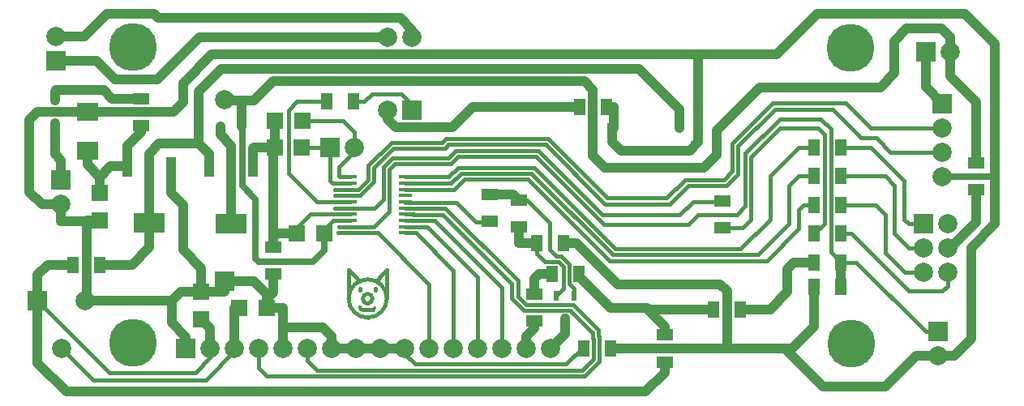
<source format=gtl>
G04 Layer_Physical_Order=1*
G04 Layer_Color=255*
%FSLAX25Y25*%
%MOIN*%
G70*
G01*
G75*
%ADD10C,0.01575*%
%ADD11R,0.06890X0.07087*%
%ADD12R,0.05315X0.01575*%
%ADD13R,0.06693X0.04528*%
%ADD14R,0.04528X0.06693*%
%ADD15R,0.02362X0.03937*%
%ADD16R,0.07087X0.06890*%
%ADD17R,0.12795X0.08465*%
%ADD18R,0.03937X0.08465*%
%ADD19R,0.01772X0.03347*%
%ADD20R,0.08858X0.07677*%
%ADD21R,0.03347X0.01772*%
%ADD22C,0.03937*%
%ADD23C,0.02559*%
%ADD24C,0.02756*%
%ADD25C,0.03937*%
%ADD26R,0.03937X0.03937*%
%ADD27R,0.07874X0.07874*%
%ADD28C,0.07874*%
%ADD29R,0.07874X0.07874*%
%ADD30C,0.19685*%
D10*
X147655Y-125886D02*
G03*
X148300Y-125241I0J645D01*
G01*
X142421Y-124705D02*
G03*
X143602Y-125886I1181J0D01*
G01*
X143602Y-121555D02*
G03*
X145177Y-123130I1575J0D01*
G01*
X145571D02*
G03*
X147539Y-121161I0J1969D01*
G01*
Y-121161D02*
G03*
X145571Y-119193I-1969J0D01*
G01*
D02*
G03*
X143602Y-121161I0J-1969D01*
G01*
X137697D02*
G03*
X145571Y-129035I7874J0D01*
G01*
X145571D02*
G03*
X153445Y-121161I0J7874D01*
G01*
Y-121161D02*
G03*
X145571Y-113287I-7874J0D01*
G01*
D02*
G03*
X137697Y-121161I0J-7874D01*
G01*
X245276Y-140945D02*
X246063Y-141732D01*
X226969Y-148228D02*
X234252Y-140945D01*
X170866Y-141733D02*
Y-115354D01*
X148721Y-117618D02*
Y-117224D01*
X142421Y-117618D02*
Y-117224D01*
X143602Y-125886D02*
X147655D01*
X145177Y-123130D02*
X145571D01*
X147539Y-121161D02*
Y-121161D01*
X140488Y-112141D02*
X142126Y-114075D01*
X137697Y-109350D02*
X140488Y-112141D01*
X137697Y-121161D02*
Y-109350D01*
X149311Y-114173D02*
X150733Y-112220D01*
X153445Y-109350D01*
Y-121161D02*
Y-109350D01*
X145571Y-129035D02*
X145571D01*
X153445Y-121161D02*
Y-121161D01*
X133563Y-94193D02*
X138287D01*
X170177Y-91634D02*
X190866Y-112322D01*
X173130Y-89075D02*
X200866Y-116811D01*
X180866Y-141733D02*
Y-109803D01*
X190866Y-141733D02*
Y-112322D01*
X200866Y-141733D02*
Y-116811D01*
X160866Y-144035D02*
X165059Y-148228D01*
X160866Y-144035D02*
Y-141733D01*
X110866Y-133130D02*
X111024Y-132973D01*
X90866Y-125197D02*
X92815D01*
X86614Y-118405D02*
Y-114173D01*
X131398Y-89075D02*
X138287D01*
X127657Y-92815D02*
X131398Y-89075D01*
X127657Y-94488D02*
Y-92815D01*
X122146Y-86516D02*
X138287D01*
X116437Y-92224D02*
X122146Y-86516D01*
X116437Y-94488D02*
Y-92224D01*
X131004Y-73721D02*
X138287D01*
X129921Y-72638D02*
X131004Y-73721D01*
X129921Y-72638D02*
Y-59055D01*
X134153Y-71161D02*
X138287D01*
X133858Y-70866D02*
X134153Y-71161D01*
X133858Y-70866D02*
Y-66929D01*
X139921Y-60866D01*
Y-59055D01*
X340158D02*
X352362D01*
X366142Y-72835D01*
Y-88583D02*
Y-72835D01*
Y-88583D02*
X368110Y-90551D01*
X373858D01*
X374016Y-90393D01*
X340158Y-70866D02*
X358268D01*
X362205Y-74803D01*
Y-94488D02*
Y-74803D01*
Y-94488D02*
X368110Y-100394D01*
X374016D01*
X340158Y-82677D02*
X354331D01*
X358268Y-86614D01*
Y-102362D02*
Y-86614D01*
Y-102362D02*
X366299Y-110394D01*
X374016D01*
X340158Y-94488D02*
X344488D01*
X368110Y-118110D01*
X381890D01*
X384015Y-115985D01*
Y-110394D01*
X160925Y-71161D02*
X178839D01*
X160925Y-73721D02*
X179899D01*
X160925Y-76279D02*
X180959D01*
X185274Y-71964D01*
X179899Y-73721D02*
X184017Y-69602D01*
X178839Y-71161D02*
X182760Y-67240D01*
X328569Y-82112D02*
X329134Y-82677D01*
X322835Y-59055D02*
X329134D01*
X324803Y-82677D02*
X329134D01*
X318898Y-74803D02*
X322835Y-70866D01*
X329134D01*
X322835Y-84646D02*
X324803Y-82677D01*
X311024Y-70866D02*
X322835Y-59055D01*
X247555Y-100871D02*
X298736D01*
X403228Y-71181D02*
X403543Y-70866D01*
X9843Y-122047D02*
X39370Y-151575D01*
X74803D01*
X80866Y-145512D01*
Y-141733D01*
X19685Y-141732D02*
X32579Y-154626D01*
X78937D01*
X90866Y-142697D01*
Y-141733D01*
X118504Y-59153D02*
X129823D01*
X129921Y-59055D01*
X98425Y-59449D02*
X98721Y-59153D01*
X139921Y-59055D02*
Y-52618D01*
X135531Y-48228D02*
X139921Y-52618D01*
X118602Y-48228D02*
X135531D01*
X107283Y-59153D02*
X107382Y-59055D01*
X29528Y-122047D02*
X30020Y-121555D01*
X112992Y-69685D02*
Y-43701D01*
Y-69685D02*
X124705Y-81398D01*
X138287D01*
X139764Y-40157D02*
X144095D01*
X116535D02*
X128740D01*
X112992Y-43701D02*
X116535Y-40157D01*
X138287Y-94193D02*
X149705D01*
X170866Y-115354D01*
X160925Y-94193D02*
X165256D01*
X180866Y-109803D01*
X160925Y-91634D02*
X170177D01*
X160925Y-89075D02*
X173130D01*
X230315Y-119882D02*
X230512Y-120079D01*
X165059Y-148228D02*
X226969D01*
X160925Y-86516D02*
X164370D01*
X164469Y-86614D01*
X176378D01*
X160925Y-83957D02*
X164370D01*
X164469Y-84055D01*
X177438D01*
X207283Y-113901D01*
X217323Y-126181D02*
X217520Y-125984D01*
X228740D01*
X238189Y-135433D01*
X229997Y-123622D02*
X240551Y-134176D01*
X100866Y-149586D02*
X104232Y-152953D01*
X234842D01*
X100866Y-149586D02*
Y-141733D01*
X240846Y-146949D02*
Y-136755D01*
X234842Y-152953D02*
X240846Y-146949D01*
X120866Y-146850D02*
X124606Y-150591D01*
X233864D01*
X120866Y-146850D02*
Y-141733D01*
X238484Y-145970D02*
Y-137733D01*
X233864Y-150591D02*
X238484Y-145970D01*
X238189Y-137438D02*
Y-135433D01*
Y-137438D02*
X238484Y-137733D01*
X240551Y-136460D02*
Y-134176D01*
Y-136460D02*
X240846Y-136755D01*
X225984Y-117126D02*
Y-107911D01*
X223031Y-120079D02*
X225984Y-117126D01*
X230512Y-120079D02*
Y-117089D01*
X228445Y-115022D02*
X230512Y-117089D01*
X232283Y-112205D02*
Y-111024D01*
X182760Y-67240D02*
X213924D01*
X184017Y-69602D02*
X212667D01*
X185274Y-71964D02*
X211410D01*
X213924Y-67240D02*
X247555Y-100871D01*
X224176Y-106102D02*
X225984Y-107911D01*
X218344Y-106102D02*
X224176D01*
X228445Y-115022D02*
Y-107031D01*
X225154Y-103740D02*
X228445Y-107031D01*
X223031Y-103740D02*
X225154D01*
X220472Y-101181D02*
X223031Y-103740D01*
X209885Y-126181D02*
X217323D01*
X210667Y-123622D02*
X229997D01*
X204724Y-121020D02*
X209885Y-126181D01*
X207283Y-120239D02*
X210667Y-123622D01*
X176378Y-86614D02*
X204724Y-114961D01*
Y-121020D02*
Y-114961D01*
X207283Y-120239D02*
Y-113901D01*
X161122Y-81595D02*
X181988D01*
X160925Y-81398D02*
X161122Y-81595D01*
X214961Y-102719D02*
X218344Y-106102D01*
X214961Y-102719D02*
Y-98425D01*
X86614Y-39370D02*
X87008Y-39764D01*
X29921Y-89075D02*
X30020Y-89173D01*
X181988Y-81595D02*
X190157Y-89764D01*
X195276D01*
X195669Y-89370D01*
X220472Y-101181D02*
Y-90158D01*
X211024Y-80709D02*
X220472Y-90158D01*
X207874Y-80709D02*
X211024D01*
X260236Y-125197D02*
X260630Y-125591D01*
X46457Y-66831D02*
X46654Y-67028D01*
X163779Y-13780D02*
Y-10630D01*
Y-43780D02*
Y-41437D01*
X159252Y-36909D02*
X163779Y-41437D01*
X147343Y-36909D02*
X159252D01*
X144095Y-40157D02*
X147343Y-36909D01*
X93701Y-39764D02*
X93799Y-39862D01*
Y-50394D02*
X93996Y-50590D01*
X246063Y-51181D02*
X246654D01*
X154331Y-67913D02*
X156595Y-65650D01*
X151969Y-80512D02*
Y-66935D01*
X155616Y-63287D01*
X148228Y-67335D02*
X156016Y-59547D01*
X145669Y-67913D02*
X145866Y-67716D01*
Y-66356D01*
X155234Y-56988D01*
X176181D01*
X156016Y-59547D02*
X177241D01*
X155616Y-63287D02*
X178790D01*
X156595Y-65650D02*
X179769D01*
X182798Y-62621D01*
X318898Y-90551D02*
Y-74803D01*
X322835Y-92520D02*
Y-84646D01*
X211410Y-71964D02*
X245041Y-105595D01*
X212667Y-69602D02*
X246298Y-103233D01*
X311024Y-88583D02*
Y-70866D01*
X245041Y-105595D02*
X309759D01*
X322835Y-92520D01*
X246298Y-103233D02*
X306216D01*
X318898Y-90551D01*
X298736Y-100871D02*
X311024Y-88583D01*
X182798Y-62621D02*
X214688D01*
X242815Y-90748D01*
X178790Y-63287D02*
X181819Y-60258D01*
X215666D01*
X242219Y-86811D01*
X177241Y-59547D02*
X178892Y-57896D01*
X218593D01*
X176181Y-56988D02*
X177635Y-55534D01*
X219850D01*
X244199Y-79883D01*
X133661Y-91634D02*
X138287D01*
X148228D01*
X154331Y-85532D01*
Y-67913D01*
X297244Y-86614D02*
X300787Y-83071D01*
X281496Y-86614D02*
X297244D01*
X300787Y-61417D02*
X314961Y-47244D01*
X300787Y-83071D02*
Y-61417D01*
X374921Y-134764D02*
X379921D01*
X346457Y-106299D02*
X374921Y-134764D01*
X335925Y-102067D02*
Y-51279D01*
X314961Y-47244D02*
X331890D01*
X335925Y-51279D01*
X340158Y-106299D02*
X346457D01*
X335925Y-102067D02*
X340158Y-106299D01*
X138287Y-83957D02*
X148524D01*
X131988D02*
X138287D01*
X148524D02*
X151969Y-80512D01*
X299606Y-92126D02*
X303150Y-88583D01*
X329134Y-94488D02*
X333366Y-90256D01*
Y-53839D01*
X303150Y-88583D02*
Y-62992D01*
X314961Y-51181D01*
X330709D02*
X333366Y-53839D01*
X314961Y-51181D02*
X330709D01*
X138287Y-78839D02*
X142514D01*
X132087D02*
X138287D01*
X131988Y-78740D02*
X132087Y-78839D01*
X142514D02*
X148228Y-73124D01*
X242943Y-82246D02*
X269799D01*
X277241Y-74803D01*
X292989D01*
X297835Y-69958D01*
X381732Y-61024D02*
X381890Y-61181D01*
X297835Y-69958D02*
Y-58465D01*
X336614Y-43307D02*
X348425Y-55118D01*
X297835Y-58465D02*
X312992Y-43307D01*
X336614D01*
X360554Y-61024D02*
X381732D01*
X348425Y-55118D02*
X354649D01*
X360554Y-61024D01*
X138287Y-76279D02*
X141732D01*
X131988D02*
X138287D01*
X141732D02*
X145669Y-72342D01*
X244199Y-79883D02*
X268542D01*
X276181Y-72244D01*
X291929D01*
X295276Y-68898D01*
Y-57405D01*
X311932Y-40748D01*
X341929D02*
X352362Y-51181D01*
X311932Y-40748D02*
X341929D01*
X352362Y-51181D02*
X381890D01*
X381890Y-51181D01*
X148228Y-73124D02*
Y-67335D01*
X145669Y-72342D02*
Y-67913D01*
X218593Y-57896D02*
X242943Y-82246D01*
X242815Y-90748D02*
X277362D01*
X281496Y-86614D01*
X242219Y-86811D02*
X273819D01*
X279331Y-81299D01*
X291142D01*
X291339Y-81102D01*
Y-92126D02*
X299606D01*
X106595Y-94685D02*
X106791Y-94488D01*
X106595Y-59842D02*
X107283Y-59153D01*
X34941Y-89567D02*
X35433Y-89075D01*
X30020Y-89567D02*
X34941D01*
X384015Y-100394D02*
X385039D01*
X281201Y-20866D02*
X281496Y-21161D01*
D11*
X118504Y-59153D02*
D03*
X107283D02*
D03*
X118602Y-48228D02*
D03*
X107382D02*
D03*
X92815Y-125197D02*
D03*
X104035D02*
D03*
X127657Y-94488D02*
D03*
X116437D02*
D03*
D12*
X138287Y-71161D02*
D03*
Y-73721D02*
D03*
Y-76279D02*
D03*
Y-78839D02*
D03*
Y-81398D02*
D03*
Y-83957D02*
D03*
Y-86516D02*
D03*
Y-89075D02*
D03*
Y-91634D02*
D03*
Y-94193D02*
D03*
X160925Y-71161D02*
D03*
Y-73721D02*
D03*
Y-76279D02*
D03*
Y-78839D02*
D03*
Y-81398D02*
D03*
Y-83957D02*
D03*
Y-86516D02*
D03*
Y-89075D02*
D03*
Y-91634D02*
D03*
Y-94193D02*
D03*
D13*
X395669Y-65354D02*
D03*
Y-76378D02*
D03*
X267717Y-147244D02*
D03*
Y-136221D02*
D03*
X106595Y-111122D02*
D03*
Y-100098D02*
D03*
X207874Y-91732D02*
D03*
Y-80709D02*
D03*
X214173Y-130315D02*
D03*
Y-119291D02*
D03*
X291339Y-81102D02*
D03*
Y-92126D02*
D03*
X195669Y-78347D02*
D03*
Y-89370D02*
D03*
X52362Y-38976D02*
D03*
Y-50000D02*
D03*
D14*
X24311Y-107283D02*
D03*
X35335D02*
D03*
X232677Y-42520D02*
D03*
X243701D02*
D03*
X329134Y-106299D02*
D03*
X340158D02*
D03*
Y-94488D02*
D03*
X329134D02*
D03*
X340158Y-82677D02*
D03*
X329134D02*
D03*
X340158Y-70866D02*
D03*
X329134D02*
D03*
X340158Y-59055D02*
D03*
X329134D02*
D03*
X128740Y-40157D02*
D03*
X139764D02*
D03*
X221260Y-111024D02*
D03*
X232283D02*
D03*
X225984Y-98425D02*
D03*
X214961D02*
D03*
X245276Y-141732D02*
D03*
X234252D02*
D03*
X340158Y-116535D02*
D03*
X329134D02*
D03*
X298819Y-125591D02*
D03*
X287795D02*
D03*
D15*
X230512Y-120079D02*
D03*
X223031D02*
D03*
X226772Y-129528D02*
D03*
D16*
X77165Y-118405D02*
D03*
Y-129626D02*
D03*
X35433Y-89075D02*
D03*
Y-77854D02*
D03*
D17*
X89370Y-90256D02*
D03*
X55709Y-90059D02*
D03*
D18*
X80315Y-67224D02*
D03*
X89370D02*
D03*
X98425D02*
D03*
X46654Y-67028D02*
D03*
X55709D02*
D03*
X64764D02*
D03*
D19*
X16929Y-48819D02*
D03*
Y-39961D02*
D03*
D20*
X30315Y-60335D02*
D03*
Y-44390D02*
D03*
D21*
X93799Y-50394D02*
D03*
X84941D02*
D03*
D22*
X6398Y-47638D02*
X9646Y-44390D01*
X30315D01*
X64961Y-131102D02*
Y-122047D01*
Y-131102D02*
X70866Y-137007D01*
Y-141733D02*
Y-137007D01*
X106693Y-31890D02*
X234646D01*
X98819Y-39764D02*
X106693Y-31890D01*
X234646D02*
X238189Y-35433D01*
X246063Y-56693D02*
Y-51181D01*
Y-56693D02*
X249606Y-60236D01*
X277953D01*
X281496Y-56693D01*
Y-51181D01*
X150866Y-141733D02*
X160866D01*
X140866D02*
X150866D01*
X130866D02*
X140866D01*
X130866D02*
Y-136870D01*
X126969Y-132973D02*
X130866Y-136870D01*
X111024Y-132973D02*
X126969D01*
X110866Y-141733D02*
Y-133130D01*
Y-125197D01*
X104035D02*
X110866D01*
X90866Y-141733D02*
Y-125197D01*
X80866Y-141733D02*
Y-133326D01*
X77165Y-129626D02*
X80866Y-133326D01*
X77165Y-118405D02*
X86614D01*
X374921Y-34213D02*
Y-19685D01*
X379921Y-144764D02*
X386733D01*
X374921Y-34213D02*
X381890Y-41181D01*
X386733Y-144764D02*
X393701Y-137795D01*
Y-100394D01*
X403543Y-90551D01*
Y-70866D01*
Y-16535D01*
X371141Y-144764D02*
X379921D01*
X64961Y-122047D02*
X68602Y-118405D01*
X29528Y-122047D02*
X64961D01*
X259842Y-159449D02*
X267717Y-151575D01*
X9843Y-147638D02*
Y-122047D01*
X104035Y-121358D02*
X106595Y-118799D01*
X98721Y-59153D02*
X107283D01*
X98425Y-67224D02*
Y-59449D01*
X106791Y-94488D02*
X116437D01*
X107382Y-59055D02*
Y-48228D01*
X55709Y-100197D02*
Y-90059D01*
X48622Y-107283D02*
X55709Y-100197D01*
Y-90059D02*
Y-67028D01*
X64764Y-77756D02*
Y-67028D01*
Y-77756D02*
X69587Y-82579D01*
Y-101083D02*
Y-82579D01*
Y-101083D02*
X77165Y-108661D01*
Y-118405D02*
Y-108661D01*
X98721Y-114173D02*
X104035Y-119488D01*
X86614Y-114173D02*
X98721D01*
X104035Y-125197D02*
Y-121358D01*
Y-119488D01*
X68602Y-118405D02*
X77165D01*
X76378Y-13780D02*
X153779D01*
Y-47480D02*
Y-43780D01*
Y-47480D02*
X157087Y-50787D01*
X257087Y-26772D02*
X273622Y-43307D01*
Y-51181D02*
Y-43307D01*
X157087Y-50787D02*
X180315D01*
X238189Y-51181D02*
Y-35433D01*
X214173Y-133465D02*
Y-130315D01*
X210866Y-136772D02*
X214173Y-133465D01*
X210866Y-141733D02*
Y-136772D01*
X226772Y-135827D02*
Y-129528D01*
X220866Y-141733D02*
X226772Y-135827D01*
X267717Y-151575D02*
Y-147244D01*
X21654Y-159449D02*
X259842D01*
X9843Y-147638D02*
X21654Y-159449D01*
X267717Y-136221D02*
Y-132677D01*
X245276Y-125197D02*
X260236D01*
X216142Y-111024D02*
X221260D01*
X214173Y-112992D02*
X216142Y-111024D01*
X214173Y-119291D02*
Y-112992D01*
X232283Y-112205D02*
X245276Y-125197D01*
X84941Y-53839D02*
Y-50394D01*
Y-53839D02*
X89370Y-58268D01*
Y-67224D02*
Y-58268D01*
X35335Y-107283D02*
X48622D01*
X13976D02*
X24311D01*
X9843Y-111417D02*
X13976Y-107283D01*
X9843Y-122047D02*
Y-111417D01*
X29921Y-89075D02*
X35433D01*
X195669Y-78347D02*
X205512D01*
X207874Y-80709D01*
Y-98425D02*
Y-91732D01*
Y-98425D02*
X214961D01*
X290551Y-115354D02*
X293307Y-118110D01*
Y-141732D02*
Y-118110D01*
X246063Y-141732D02*
X293307D01*
X316929D01*
X260630Y-125591D02*
X287795D01*
X260630D02*
X267717Y-132677D01*
X298819Y-125591D02*
X311024D01*
X358425Y-157480D02*
X371141Y-144764D01*
X332677Y-157480D02*
X358425D01*
X316929Y-141732D02*
X332677Y-157480D01*
X329134Y-132677D02*
Y-116535D01*
X320079Y-141732D02*
X329134Y-132677D01*
X316929Y-141732D02*
X320079D01*
X55709Y-67028D02*
Y-61614D01*
X59842Y-57480D01*
X75984D01*
X80315Y-61811D01*
Y-67224D02*
Y-61811D01*
X85433Y-26772D02*
X257087D01*
X75984Y-36220D02*
X85433Y-26772D01*
X75984Y-57480D02*
Y-36220D01*
X69784Y-32579D02*
X81496Y-20866D01*
X69784Y-40256D02*
Y-32579D01*
X65650Y-44390D02*
X69784Y-40256D01*
X30315Y-44390D02*
X65650D01*
X46654Y-58366D02*
X52362Y-52658D01*
Y-50000D01*
X35433Y-77854D02*
Y-71260D01*
X39862Y-66831D01*
X46457D01*
X46654Y-67028D02*
Y-58366D01*
X30315Y-66142D02*
Y-60335D01*
Y-66142D02*
X35433Y-71260D01*
X158957Y-5807D02*
X163779Y-10630D01*
X59547Y-5807D02*
X158957D01*
X57874Y-4134D02*
X59547Y-5807D01*
X38386Y-4134D02*
X57874D01*
X29015Y-13504D02*
X38386Y-4134D01*
X17323Y-13504D02*
X29015D01*
X59055Y-31102D02*
X76378Y-13780D01*
X41634Y-31102D02*
X59055D01*
X34035Y-23504D02*
X41634Y-31102D01*
X17323Y-23504D02*
X34035D01*
X93799Y-50394D02*
Y-39862D01*
X87008Y-39764D02*
X93701D01*
X98819D01*
X243701Y-42520D02*
X246654D01*
Y-51181D02*
Y-42520D01*
X188583D02*
X232677D01*
X180315Y-50787D02*
X188583Y-42520D01*
X238189Y-62303D02*
Y-51181D01*
X311024Y-125591D02*
X318110Y-118504D01*
Y-109055D01*
X320866Y-106299D01*
X329134D01*
X340158Y-116535D02*
Y-106299D01*
X106595Y-118799D02*
Y-111122D01*
Y-100098D02*
Y-94685D01*
Y-59842D01*
X89370Y-90256D02*
Y-67224D01*
X225984Y-98425D02*
X231496D01*
X248425Y-115354D01*
X290551D01*
X6398Y-77264D02*
Y-47638D01*
Y-77264D02*
X11594Y-82460D01*
X19488D01*
Y-89567D02*
Y-82460D01*
Y-89567D02*
X30020D01*
Y-121555D02*
Y-89567D01*
Y-89173D01*
X19488Y-72461D02*
Y-64370D01*
X16929Y-61811D02*
X19488Y-64370D01*
X16929Y-61811D02*
Y-49114D01*
X40453Y-38976D02*
X52362D01*
X37008Y-35531D02*
X40453Y-38976D01*
X17323Y-35531D02*
X37008D01*
X16929Y-35925D02*
X17323Y-35531D01*
X16929Y-39665D02*
Y-35925D01*
X395669Y-89764D02*
Y-76378D01*
X385039Y-100394D02*
X395669Y-89764D01*
X238189Y-62303D02*
X243209Y-67323D01*
X381299Y-10039D02*
X384921Y-13661D01*
X367224Y-10039D02*
X381299D01*
X362008Y-15256D02*
X367224Y-10039D01*
X362008Y-28543D02*
Y-15256D01*
X356299Y-34252D02*
X362008Y-28543D01*
X306693Y-34252D02*
X356299D01*
X288976Y-51968D02*
X306693Y-34252D01*
X288976Y-62205D02*
Y-51968D01*
X283858Y-67323D02*
X288976Y-62205D01*
X243209Y-67323D02*
X283858D01*
X384921Y-19685D02*
Y-13661D01*
Y-29803D02*
Y-19685D01*
Y-29803D02*
X395669Y-40551D01*
Y-65354D02*
Y-40551D01*
X391142Y-4134D02*
X403543Y-16535D01*
X330315Y-4134D02*
X391142D01*
X313583Y-20866D02*
X330315Y-4134D01*
X281496Y-51181D02*
Y-21161D01*
X81496Y-20866D02*
X281201D01*
X313583D01*
D23*
X381890Y-71181D02*
X403228D01*
D24*
X127657Y-101476D02*
Y-94488D01*
X123228Y-105905D02*
X127657Y-101476D01*
X93996Y-74803D02*
Y-50590D01*
X100689Y-105905D02*
X123228D01*
X99508Y-104724D02*
X100689Y-105905D01*
X99508Y-104724D02*
Y-80315D01*
X93996Y-74803D02*
X99508Y-80315D01*
D25*
X273622Y-51181D02*
D03*
X238189D02*
D03*
D26*
X281496D02*
D03*
X246063D02*
D03*
D27*
X86614Y-114173D02*
D03*
X381890Y-41181D02*
D03*
X374016Y-90393D02*
D03*
X379921Y-134764D02*
D03*
X19488Y-72461D02*
D03*
X17323Y-23504D02*
D03*
D28*
X86614Y-39370D02*
D03*
X384921Y-19685D02*
D03*
X381890Y-71181D02*
D03*
Y-61181D02*
D03*
X381890Y-51181D02*
D03*
X19685Y-141732D02*
D03*
X29528Y-122047D02*
D03*
X139921Y-59055D02*
D03*
X80866Y-141733D02*
D03*
X90866D02*
D03*
X100866D02*
D03*
X110866D02*
D03*
X120866D02*
D03*
X130866D02*
D03*
X140866D02*
D03*
X150866D02*
D03*
X160866D02*
D03*
X170866D02*
D03*
X180866D02*
D03*
X190866D02*
D03*
X200866D02*
D03*
X210866D02*
D03*
X220866D02*
D03*
X374016Y-100394D02*
D03*
Y-110394D02*
D03*
X384015Y-110394D02*
D03*
Y-100394D02*
D03*
X384016Y-90394D02*
D03*
X379921Y-144764D02*
D03*
X153779Y-13780D02*
D03*
X163779D02*
D03*
X153779Y-43780D02*
D03*
X19488Y-82460D02*
D03*
X17323Y-13504D02*
D03*
D29*
X374921Y-19685D02*
D03*
X9843Y-122047D02*
D03*
X129921Y-59055D02*
D03*
X70866Y-141733D02*
D03*
X163779Y-43780D02*
D03*
D30*
X344488Y-139764D02*
D03*
X344094Y-18111D02*
D03*
X49213Y-17717D02*
D03*
Y-139370D02*
D03*
M02*

</source>
